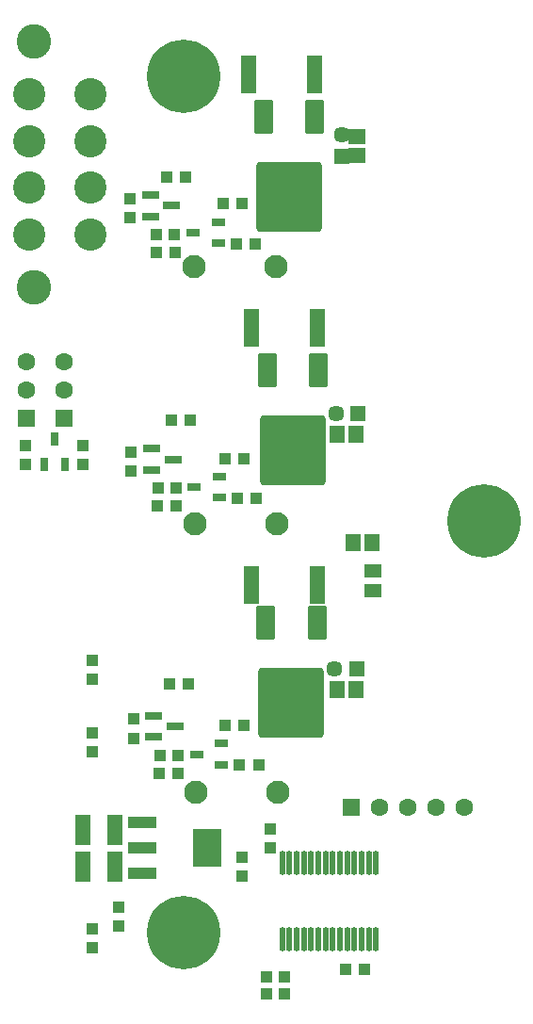
<source format=gbs>
%FSLAX44Y44*%
%MOMM*%
G71*
G01*
G75*
G04 Layer_Color=16711935*
%ADD10R,3.0000X1.2000*%
%ADD11R,1.3000X0.8000*%
%ADD12R,1.0000X0.9000*%
%ADD13R,1.8000X1.3000*%
%ADD14R,1.0000X1.0000*%
%ADD15R,1.3000X1.5000*%
%ADD16R,1.5000X1.3000*%
%ADD17R,1.4000X1.2000*%
%ADD18R,1.6000X0.8000*%
%ADD19R,1.3000X3.4000*%
%ADD20R,0.9000X1.0000*%
%ADD21R,1.0000X1.0000*%
G04:AMPARAMS|DCode=22|XSize=1.4mm|YSize=2mm|CornerRadius=0.14mm|HoleSize=0mm|Usage=FLASHONLY|Rotation=0.000|XOffset=0mm|YOffset=0mm|HoleType=Round|Shape=RoundedRectangle|*
%AMROUNDEDRECTD22*
21,1,1.4000,1.7200,0,0,0.0*
21,1,1.1200,2.0000,0,0,0.0*
1,1,0.2800,0.5600,-0.8600*
1,1,0.2800,-0.5600,-0.8600*
1,1,0.2800,-0.5600,0.8600*
1,1,0.2800,0.5600,0.8600*
%
%ADD22ROUNDEDRECTD22*%
G04:AMPARAMS|DCode=23|XSize=1mm|YSize=2mm|CornerRadius=0.1mm|HoleSize=0mm|Usage=FLASHONLY|Rotation=0.000|XOffset=0mm|YOffset=0mm|HoleType=Round|Shape=RoundedRectangle|*
%AMROUNDEDRECTD23*
21,1,1.0000,1.8000,0,0,0.0*
21,1,0.8000,2.0000,0,0,0.0*
1,1,0.2000,0.4000,-0.9000*
1,1,0.2000,-0.4000,-0.9000*
1,1,0.2000,-0.4000,0.9000*
1,1,0.2000,0.4000,0.9000*
%
%ADD23ROUNDEDRECTD23*%
%ADD24R,1.2000X1.4000*%
G04:AMPARAMS|DCode=25|XSize=0.45mm|YSize=1.45mm|CornerRadius=0.045mm|HoleSize=0mm|Usage=FLASHONLY|Rotation=180.000|XOffset=0mm|YOffset=0mm|HoleType=Round|Shape=RoundedRectangle|*
%AMROUNDEDRECTD25*
21,1,0.4500,1.3600,0,0,180.0*
21,1,0.3600,1.4500,0,0,180.0*
1,1,0.0900,-0.1800,0.6800*
1,1,0.0900,0.1800,0.6800*
1,1,0.0900,0.1800,-0.6800*
1,1,0.0900,-0.1800,-0.6800*
%
%ADD25ROUNDEDRECTD25*%
%ADD26R,3.0000X3.1000*%
%ADD27O,1.6500X0.3500*%
%ADD28C,0.2000*%
%ADD29C,0.3500*%
%ADD30C,1.2000*%
%ADD31C,0.5000*%
%ADD32C,1.0000*%
%ADD33C,0.8000*%
%ADD34C,0.4500*%
%ADD35C,0.3000*%
%ADD36R,0.3000X1.4000*%
%ADD37R,1.1000X0.3000*%
%ADD38R,1.0000X0.5000*%
%ADD39R,1.5000X1.5000*%
%ADD40C,1.5000*%
%ADD41C,6.5000*%
%ADD42R,1.5000X1.5000*%
%ADD43R,1.3500X1.3500*%
%ADD44C,1.3500*%
%ADD45R,1.3500X1.3500*%
%ADD46C,2.8000*%
%ADD47C,3.0000*%
%ADD48C,2.0000*%
%ADD49C,0.6000*%
%ADD50C,0.5000*%
%ADD51R,0.6000X1.1500*%
G04:AMPARAMS|DCode=52|XSize=6.2mm|YSize=5.8mm|CornerRadius=0.29mm|HoleSize=0mm|Usage=FLASHONLY|Rotation=90.000|XOffset=0mm|YOffset=0mm|HoleType=Round|Shape=RoundedRectangle|*
%AMROUNDEDRECTD52*
21,1,6.2000,5.2200,0,0,90.0*
21,1,5.6200,5.8000,0,0,90.0*
1,1,0.5800,2.6100,2.8100*
1,1,0.5800,2.6100,-2.8100*
1,1,0.5800,-2.6100,-2.8100*
1,1,0.5800,-2.6100,2.8100*
%
%ADD52ROUNDEDRECTD52*%
G04:AMPARAMS|DCode=53|XSize=3mm|YSize=1.6mm|CornerRadius=0.08mm|HoleSize=0mm|Usage=FLASHONLY|Rotation=90.000|XOffset=0mm|YOffset=0mm|HoleType=Round|Shape=RoundedRectangle|*
%AMROUNDEDRECTD53*
21,1,3.0000,1.4400,0,0,90.0*
21,1,2.8400,1.6000,0,0,90.0*
1,1,0.1600,0.7200,1.4200*
1,1,0.1600,0.7200,-1.4200*
1,1,0.1600,-0.7200,-1.4200*
1,1,0.1600,-0.7200,1.4200*
%
%ADD53ROUNDEDRECTD53*%
%ADD54R,1.5000X0.6000*%
%ADD55R,1.1500X0.6000*%
%ADD56O,0.4500X2.1000*%
%ADD57R,2.4000X1.0000*%
%ADD58R,2.4000X3.3000*%
%ADD59R,1.3000X2.7000*%
%ADD60C,0.1540*%
%ADD61C,0.2500*%
%ADD62C,0.1000*%
%ADD63C,0.1270*%
%ADD64R,3.1000X1.3000*%
%ADD65R,1.4000X0.9000*%
%ADD66R,1.1000X1.0000*%
%ADD67R,1.9000X1.4000*%
%ADD68R,1.1000X1.1000*%
%ADD69R,1.4000X1.6000*%
%ADD70R,1.6000X1.4000*%
%ADD71R,1.7000X0.9000*%
%ADD72R,1.4000X3.5000*%
%ADD73R,1.0000X1.1000*%
%ADD74R,1.1000X1.1000*%
G04:AMPARAMS|DCode=75|XSize=1.5mm|YSize=2.1mm|CornerRadius=0.19mm|HoleSize=0mm|Usage=FLASHONLY|Rotation=0.000|XOffset=0mm|YOffset=0mm|HoleType=Round|Shape=RoundedRectangle|*
%AMROUNDEDRECTD75*
21,1,1.5000,1.7200,0,0,0.0*
21,1,1.1200,2.1000,0,0,0.0*
1,1,0.3800,0.5600,-0.8600*
1,1,0.3800,-0.5600,-0.8600*
1,1,0.3800,-0.5600,0.8600*
1,1,0.3800,0.5600,0.8600*
%
%ADD75ROUNDEDRECTD75*%
G04:AMPARAMS|DCode=76|XSize=1.1mm|YSize=2.1mm|CornerRadius=0.15mm|HoleSize=0mm|Usage=FLASHONLY|Rotation=0.000|XOffset=0mm|YOffset=0mm|HoleType=Round|Shape=RoundedRectangle|*
%AMROUNDEDRECTD76*
21,1,1.1000,1.8000,0,0,0.0*
21,1,0.8000,2.1000,0,0,0.0*
1,1,0.3000,0.4000,-0.9000*
1,1,0.3000,-0.4000,-0.9000*
1,1,0.3000,-0.4000,0.9000*
1,1,0.3000,0.4000,0.9000*
%
%ADD76ROUNDEDRECTD76*%
G04:AMPARAMS|DCode=77|XSize=0.55mm|YSize=1.55mm|CornerRadius=0.095mm|HoleSize=0mm|Usage=FLASHONLY|Rotation=180.000|XOffset=0mm|YOffset=0mm|HoleType=Round|Shape=RoundedRectangle|*
%AMROUNDEDRECTD77*
21,1,0.5500,1.3600,0,0,180.0*
21,1,0.3600,1.5500,0,0,180.0*
1,1,0.1900,-0.1800,0.6800*
1,1,0.1900,0.1800,0.6800*
1,1,0.1900,0.1800,-0.6800*
1,1,0.1900,-0.1800,-0.6800*
%
%ADD77ROUNDEDRECTD77*%
%ADD78R,3.1000X3.2000*%
%ADD79O,1.7500X0.4500*%
%ADD80R,1.6000X1.6000*%
%ADD81C,1.6000*%
%ADD82C,6.6000*%
%ADD83R,1.6000X1.6000*%
%ADD84R,1.4500X1.4500*%
%ADD85C,1.4500*%
%ADD86R,1.4500X1.4500*%
%ADD87C,2.9000*%
%ADD88C,3.1000*%
%ADD89C,2.1000*%
%ADD90R,0.7000X1.2500*%
G04:AMPARAMS|DCode=91|XSize=6.3mm|YSize=5.9mm|CornerRadius=0.34mm|HoleSize=0mm|Usage=FLASHONLY|Rotation=90.000|XOffset=0mm|YOffset=0mm|HoleType=Round|Shape=RoundedRectangle|*
%AMROUNDEDRECTD91*
21,1,6.3000,5.2200,0,0,90.0*
21,1,5.6200,5.9000,0,0,90.0*
1,1,0.6800,2.6100,2.8100*
1,1,0.6800,2.6100,-2.8100*
1,1,0.6800,-2.6100,-2.8100*
1,1,0.6800,-2.6100,2.8100*
%
%ADD91ROUNDEDRECTD91*%
G04:AMPARAMS|DCode=92|XSize=3.1mm|YSize=1.7mm|CornerRadius=0.13mm|HoleSize=0mm|Usage=FLASHONLY|Rotation=90.000|XOffset=0mm|YOffset=0mm|HoleType=Round|Shape=RoundedRectangle|*
%AMROUNDEDRECTD92*
21,1,3.1000,1.4400,0,0,90.0*
21,1,2.8400,1.7000,0,0,90.0*
1,1,0.2600,0.7200,1.4200*
1,1,0.2600,0.7200,-1.4200*
1,1,0.2600,-0.7200,-1.4200*
1,1,0.2600,-0.7200,1.4200*
%
%ADD92ROUNDEDRECTD92*%
%ADD93R,1.6000X0.7000*%
%ADD94R,1.2500X0.7000*%
%ADD95O,0.5500X2.2000*%
%ADD96R,2.5000X1.1000*%
%ADD97R,2.5000X3.4000*%
%ADD98R,1.4000X2.8000*%
D16*
X840000Y437000D02*
D03*
Y455000D02*
D03*
D66*
X528000Y567500D02*
D03*
Y550500D02*
D03*
X580000Y550500D02*
D03*
Y567500D02*
D03*
X612000Y152500D02*
D03*
Y135500D02*
D03*
X622000Y772500D02*
D03*
Y789500D02*
D03*
X623000Y544500D02*
D03*
Y561500D02*
D03*
X625000Y304500D02*
D03*
Y321500D02*
D03*
X748000Y205500D02*
D03*
Y222500D02*
D03*
X723000Y180500D02*
D03*
Y197500D02*
D03*
X588000Y309500D02*
D03*
Y292500D02*
D03*
Y374500D02*
D03*
Y357500D02*
D03*
Y133500D02*
D03*
Y116500D02*
D03*
D68*
X646000Y757000D02*
D03*
X662000D02*
D03*
X647000Y529000D02*
D03*
X663000D02*
D03*
X649000Y289000D02*
D03*
X665000D02*
D03*
X745000Y90000D02*
D03*
X761000D02*
D03*
X745000Y75000D02*
D03*
X761000D02*
D03*
D69*
X825500Y578000D02*
D03*
X808500D02*
D03*
X839500Y480000D02*
D03*
X822500D02*
D03*
X825500Y348000D02*
D03*
X808500D02*
D03*
D70*
X826000Y828500D02*
D03*
Y845500D02*
D03*
D72*
X728500Y901000D02*
D03*
X787500D02*
D03*
X731500Y673000D02*
D03*
X790500D02*
D03*
X731500Y442000D02*
D03*
X790500D02*
D03*
D73*
X722500Y785000D02*
D03*
X705500D02*
D03*
X671750Y809000D02*
D03*
X654750D02*
D03*
X662500Y741000D02*
D03*
X645500D02*
D03*
X734500Y749000D02*
D03*
X717500D02*
D03*
X676500Y590000D02*
D03*
X659500D02*
D03*
X663500Y513000D02*
D03*
X646500D02*
D03*
X724500Y556000D02*
D03*
X707500D02*
D03*
X735500Y520000D02*
D03*
X718500D02*
D03*
X674500Y353000D02*
D03*
X657500D02*
D03*
X665500Y273000D02*
D03*
X648500D02*
D03*
X724500Y316000D02*
D03*
X707500D02*
D03*
X737500Y280000D02*
D03*
X720500D02*
D03*
X815500Y97000D02*
D03*
X832500D02*
D03*
D80*
X563000Y592000D02*
D03*
X529000D02*
D03*
D81*
X563000Y617400D02*
D03*
Y642800D02*
D03*
X922600Y242000D02*
D03*
X897200D02*
D03*
X871800D02*
D03*
X846400D02*
D03*
X529000Y642800D02*
D03*
Y617400D02*
D03*
D82*
X940000Y500000D02*
D03*
X670000Y130000D02*
D03*
Y899000D02*
D03*
D83*
X821000Y242000D02*
D03*
D84*
X826000Y367000D02*
D03*
X827000Y596000D02*
D03*
D85*
X806000Y367000D02*
D03*
X812000Y847000D02*
D03*
X807000Y596000D02*
D03*
D86*
X812000Y827000D02*
D03*
D87*
X586000Y883000D02*
D03*
Y841000D02*
D03*
Y799000D02*
D03*
Y757000D02*
D03*
X531000Y883000D02*
D03*
Y841000D02*
D03*
Y799000D02*
D03*
Y757000D02*
D03*
D88*
X535500Y930500D02*
D03*
Y709500D02*
D03*
D89*
X753000Y728000D02*
D03*
X679250D02*
D03*
X754000Y497000D02*
D03*
X680250D02*
D03*
X755000Y256000D02*
D03*
X681250D02*
D03*
D90*
X554000Y573250D02*
D03*
X544500Y550750D02*
D03*
X563500D02*
D03*
D91*
X765000Y791250D02*
D03*
X768000Y563250D02*
D03*
X767000Y336250D02*
D03*
D92*
X742250Y863000D02*
D03*
X788000D02*
D03*
X745250Y635000D02*
D03*
X791000D02*
D03*
X744250Y408000D02*
D03*
X790000D02*
D03*
D93*
X640500Y773500D02*
D03*
Y792500D02*
D03*
X659500Y783000D02*
D03*
X641500Y545500D02*
D03*
Y564500D02*
D03*
X660500Y555000D02*
D03*
X643500Y305500D02*
D03*
Y324500D02*
D03*
X662500Y315000D02*
D03*
D94*
X678750Y759000D02*
D03*
X701250Y749500D02*
D03*
Y768500D02*
D03*
X679750Y530000D02*
D03*
X702250Y520500D02*
D03*
Y539500D02*
D03*
X681750Y290000D02*
D03*
X704250Y280500D02*
D03*
Y299500D02*
D03*
D95*
X758750Y192500D02*
D03*
X765250D02*
D03*
X771750D02*
D03*
X778250D02*
D03*
X784750D02*
D03*
X791250D02*
D03*
X797750D02*
D03*
X804250D02*
D03*
X810750D02*
D03*
X817250D02*
D03*
X823750D02*
D03*
X830250D02*
D03*
X836750D02*
D03*
X843250D02*
D03*
X758750Y123500D02*
D03*
X765250D02*
D03*
X771750D02*
D03*
X778250D02*
D03*
X784750D02*
D03*
X791250D02*
D03*
X797750D02*
D03*
X804250D02*
D03*
X810750D02*
D03*
X817250D02*
D03*
X823750D02*
D03*
X830250D02*
D03*
X836750D02*
D03*
X843250D02*
D03*
D96*
X633000Y183000D02*
D03*
Y206000D02*
D03*
Y229000D02*
D03*
D97*
X691000Y206000D02*
D03*
D98*
X579500Y222000D02*
D03*
X608500D02*
D03*
X579500Y189000D02*
D03*
X608500D02*
D03*
M02*

</source>
